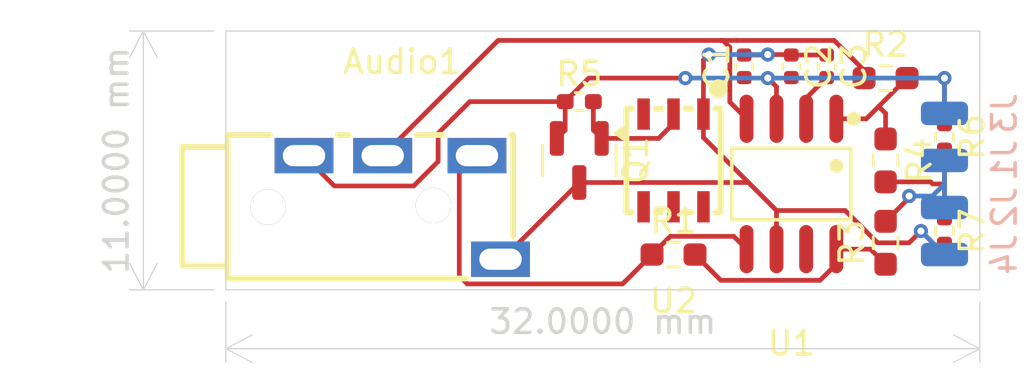
<source format=kicad_pcb>
(kicad_pcb (version 20240108) (generator "pcbnew") (generator_version "8.0")
  (layers (0 "F.Cu" signal) (31 "B.Cu" signal) (34 "B.Paste" user) (35 "F.Paste" user) (36 "B.SilkS" user "B.Silkscreen") (37 "F.SilkS" user "F.Silkscreen") (38 "B.Mask" user) (39 "F.Mask" user) (44 "Edge.Cuts" user))
  (net 0 "")
  (net 1 "GND")
  (net 2 "3V3A_SW")
  (net 3 "Net-(U1-+OUT)")
  (net 4 "Net-(U1-–OUT)")
  (net 5 "Net-(U1-VOCM)")
  (net 6 "Net-(J1-Pin_1)")
  (net 7 "Net-(Q1-G)")
  (net 8 "Net-(U1-+IN)")
  (net 9 "Net-(U1-–IN)")
  (net 10 "Net-(R4-Pad2)")
  (footprint "Resistor_SMD:R_0402_1005Metric_Pad0.72x0.64mm_HandSolder" (layer "F.Cu") (at 172.5 125 -90)
    (property "Reference" "R6" (at 0 -1.17 90) (layer "F.SilkS"))
    (property "Value" "330R")
    (fp_line (start -0.167621 0.38) (end 0.167621 0.38) (stroke (width 0.12)) (layer "F.SilkS"))
    (fp_line (start -0.167621 -0.38) (end 0.167621 -0.38) (stroke (width 0.12)) (layer "F.SilkS"))
    (pad "1" smd roundrect (at -0.5975 0 270) (size 0.715 0.64) (layers "F.Cu" "F.Paste" "F.Mask") (net 2 "3V3A_SW"))
    (pad "2" smd roundrect (at 0.5975 0 270) (size 0.715 0.64) (layers "F.Cu" "F.Paste" "F.Mask") (net 10 "Net-(R4-Pad2)"))
  )
  (footprint "Resistor_SMD:R_0603_1608Metric_Pad0.98x0.95mm_HandSolder" (layer "F.Cu") (at 170 129.5 90)
    (property "Reference" "R3" (at 0 -1.43 90) (layer "F.SilkS"))
    (property "Value" "5.6K")
    (fp_line (start -0.254724 -0.5225) (end 0.254724 -0.5225) (stroke (width 0.12)) (layer "F.SilkS"))
    (fp_line (start -0.254724 0.5225) (end 0.254724 0.5225) (stroke (width 0.12)) (layer "F.SilkS"))
    (pad "1" smd roundrect (at -0.9125 0 90) (size 0.975 0.95) (layers "F.Cu" "F.Paste" "F.Mask") (net 8 "Net-(U1-+IN)"))
    (pad "2" smd roundrect (at 0.9125 0 90) (size 0.975 0.95) (layers "F.Cu" "F.Paste" "F.Mask") (net 6 "Net-(J1-Pin_1)"))
  )
  (footprint "Resistor_SMD:R_0603_1608Metric_Pad0.98x0.95mm_HandSolder" (layer "F.Cu") (at 170 122.5)
    (property "Reference" "R2" (at 0 -1.43 0) (layer "F.SilkS"))
    (property "Value" "510K")
    (fp_line (start -0.254724 -0.5225) (end 0.254724 -0.5225) (stroke (width 0.12)) (layer "F.SilkS"))
    (fp_line (start -0.254724 0.5225) (end 0.254724 0.5225) (stroke (width 0.12)) (layer "F.SilkS"))
    (pad "1" smd roundrect (at -0.9125 0) (size 0.975 0.95) (layers "F.Cu" "F.Paste" "F.Mask") (net 3 "Net-(U1-+OUT)"))
    (pad "2" smd roundrect (at 0.9125 0) (size 0.975 0.95) (layers "F.Cu" "F.Paste" "F.Mask") (net 9 "Net-(U1-–IN)"))
  )
  (footprint "Capacitor_SMD:C_0402_1005Metric" (layer "F.Cu") (at 166 122 -90)
    (property "Reference" "C2" (at 0 -1.16 90) (layer "F.SilkS"))
    (property "Value" "1000p")
    (fp_line (start -0.107836 0.36) (end 0.107836 0.36) (stroke (width 0.12)) (layer "F.SilkS"))
    (fp_line (start -0.107836 -0.36) (end 0.107836 -0.36) (stroke (width 0.12)) (layer "F.SilkS"))
    (pad "1" smd roundrect (at -0.48 0 270) (size 0.56 0.62) (layers "F.Cu" "F.Paste" "F.Mask") (net 1 "GND"))
    (pad "2" smd roundrect (at 0.48 0 270) (size 0.56 0.62) (layers "F.Cu" "F.Paste" "F.Mask") (net 2 "3V3A_SW"))
  )
  (footprint "Rocketry_Easyeda:TSOC-6_L3.9-W4.3-P1.27-BL" (layer "F.Cu") (at 161 126 180)
    (property "Reference" "U2" (at 0 -5.97 0) (layer "F.SilkS"))
    (property "Value" "DS28E07P+T")
    (fp_line (start 2 2.2) (end 2 -2.2) (stroke (width 0.25)) (layer "F.SilkS"))
    (fp_line (start 2 -2.2) (end 1.77 -2.2) (stroke (width 0.25)) (layer "F.SilkS"))
    (fp_line (start 1.77 2.2) (end 2 2.2) (stroke (width 0.25)) (layer "F.SilkS"))
    (fp_line (start 0.77 -2.2) (end 0.5 -2.2) (stroke (width 0.25)) (layer "F.SilkS"))
    (fp_line (start 0.5 2.2) (end 0.77 2.2) (stroke (width 0.25)) (layer "F.SilkS"))
    (fp_line (start -0.5 -2.2) (end -0.77 -2.2) (stroke (width 0.25)) (layer "F.SilkS"))
    (fp_line (start -0.77 2.2) (end -0.5 2.2) (stroke (width 0.25)) (layer "F.SilkS"))
    (fp_line (start -1.77 -2.2) (end -2 -2.2) (stroke (width 0.25)) (layer "F.SilkS"))
    (fp_line (start -2 2.2) (end -1.77 2.2) (stroke (width 0.25)) (layer "F.SilkS"))
    (fp_line (start -2 -2.2) (end -2 2.2) (stroke (width 0.25)) (layer "F.SilkS"))
    (fp_circle (center -1.9 3.05) (end -1.7 3.05) (stroke (width 0.4)) (fill none) (layer "F.SilkS"))
    (pad "1" smd rect (at -1.27 1.97 180) (size 0.53 1.33) (layers "F.Cu" "F.Paste" "F.Mask") (net 1 "GND"))
    (pad "2" smd rect (at 0 1.97 180) (size 0.53 1.33) (layers "F.Cu" "F.Paste" "F.Mask") (net 7 "Net-(Q1-G)"))
    (pad "3" smd rect (at 1.27 1.97 180) (size 0.53 1.33) (layers "F.Cu" "F.Paste" "F.Mask"))
    (pad "4" smd rect (at 1.27 -1.97 180) (size 0.53 1.33) (layers "F.Cu" "F.Paste" "F.Mask"))
    (pad "5" smd rect (at 0 -1.97 180) (size 0.53 1.33) (layers "F.Cu" "F.Paste" "F.Mask"))
    (pad "6" smd rect (at -1.27 -1.97 180) (size 0.53 1.33) (layers "F.Cu" "F.Paste" "F.Mask"))
  )
  (footprint "Package_TO_SOT_SMD:SOT-23" (layer "F.Cu") (at 157 126 -90)
    (property "Reference" "Q1" (at 0 -2.4 90) (layer "F.SilkS"))
    (property "Value" "AO3401A")
    (fp_line (start 0 1.56) (end -0.65 1.56) (stroke (width 0.12)) (layer "F.SilkS"))
    (fp_line (start 0 1.56) (end 0.65 1.56) (stroke (width 0.12)) (layer "F.SilkS"))
    (fp_line (start 0 -1.56) (end -0.65 -1.56) (stroke (width 0.12)) (layer "F.SilkS"))
    (fp_line (start 0 -1.56) (end 0.65 -1.56) (stroke (width 0.12)) (layer "F.SilkS"))
    (fp_poly (pts (xy -1.1625 -1.51) (xy -1.4025 -1.84) (xy -0.9225 -1.84) (xy -1.1625 -1.51)) (stroke (width 0.12)) (fill solid) (layer "F.SilkS"))
    (pad "1" smd roundrect (at -0.9375 -0.95 270) (size 1.475 0.6) (layers "F.Cu" "F.Paste" "F.Mask") (net 7 "Net-(Q1-G)"))
    (pad "2" smd roundrect (at -0.9375 0.95 270) (size 1.475 0.6) (layers "F.Cu" "F.Paste" "F.Mask") (net 2 "3V3A_SW"))
    (pad "3" smd roundrect (at 0.9375 0 270) (size 1.475 0.6) (layers "F.Cu" "F.Paste" "F.Mask") (net 1 "GND"))
  )
  (footprint "Capacitor_SMD:C_0402_1005Metric" (layer "F.Cu") (at 164 122 90)
    (property "Reference" "C1" (at 0 -1.16 90) (layer "F.SilkS"))
    (property "Value" "100n")
    (fp_line (start -0.107836 -0.36) (end 0.107836 -0.36) (stroke (width 0.12)) (layer "F.SilkS"))
    (fp_line (start -0.107836 0.36) (end 0.107836 0.36) (stroke (width 0.12)) (layer "F.SilkS"))
    (pad "1" smd roundrect (at -0.48 0 90) (size 0.56 0.62) (layers "F.Cu" "F.Paste" "F.Mask") (net 2 "3V3A_SW"))
    (pad "2" smd roundrect (at 0.48 0 90) (size 0.56 0.62) (layers "F.Cu" "F.Paste" "F.Mask") (net 1 "GND"))
  )
  (footprint "Rocketry_Easyeda:SOIC-8_L4.9-W3.9-P1.27-LS6.0-BL" (layer "F.Cu") (at 166 127 180)
    (property "Reference" "U1" (at 0 -6.77 0) (layer "F.SilkS"))
    (property "Value" "ADA4940-1ARZ-R7")
    (fp_line (start 2.53 1.52) (end -2.53 1.52) (stroke (width 0.15)) (layer "F.SilkS"))
    (fp_line (start 2.53 -1.52) (end 2.53 1.52) (stroke (width 0.15)) (layer "F.SilkS"))
    (fp_line (start -2.53 1.52) (end -2.53 -1.52) (stroke (width 0.15)) (layer "F.SilkS"))
    (fp_line (start -2.53 -1.52) (end 2.53 -1.52) (stroke (width 0.15)) (layer "F.SilkS"))
    (fp_circle (center -1.91 0.77) (end -1.76 0.77) (stroke (width 0.3)) (fill none) (layer "F.SilkS"))
    (fp_circle (center -2.65 2.77) (end -2.5 2.77) (stroke (width 0.3)) (fill none) (layer "F.SilkS"))
    (pad "1" smd oval (at -1.91 2.77 180) (size 0.59 2.05) (layers "F.Cu" "F.Paste" "F.Mask") (net 9 "Net-(U1-–IN)"))
    (pad "2" smd oval (at -0.63 2.77 180) (size 0.59 2.05) (layers "F.Cu" "F.Paste" "F.Mask") (net 5 "Net-(U1-VOCM)"))
    (pad "3" smd oval (at 0.63 2.77 180) (size 0.59 2.05) (layers "F.Cu" "F.Paste" "F.Mask") (net 2 "3V3A_SW"))
    (pad "4" smd oval (at 1.9 2.77 180) (size 0.59 2.05) (layers "F.Cu" "F.Paste" "F.Mask") (net 3 "Net-(U1-+OUT)"))
    (pad "5" smd oval (at 1.9 -2.77 180) (size 0.59 2.05) (layers "F.Cu" "F.Paste" "F.Mask") (net 4 "Net-(U1-–OUT)"))
    (pad "6" smd oval (at 0.63 -2.77 180) (size 0.59 2.05) (layers "F.Cu" "F.Paste" "F.Mask") (net 1 "GND"))
    (pad "7" smd oval (at -0.63 -2.77 180) (size 0.59 2.05) (layers "F.Cu" "F.Paste" "F.Mask"))
    (pad "8" smd oval (at -1.91 -2.77 180) (size 0.59 2.05) (layers "F.Cu" "F.Paste" "F.Mask") (net 8 "Net-(U1-+IN)"))
  )
  (footprint "Rocketry_Easyeda:AUDIO-TH_PJ-3200B-4A" (layer "F.Cu") (at 149.4875 127.9975)
    (property "Reference" "Audio1" (at 0 -6.2 0) (layer "F.SilkS"))
    (property "Value" "PJ-3200B-4A")
    (fp_line (start -9.33 -2.57) (end -7.44 -2.57) (stroke (width 0.25)) (layer "F.SilkS"))
    (fp_line (start -9.33 -2.54) (end -9.33 2.46) (stroke (width 0.25)) (layer "F.SilkS"))
    (fp_line (start -9.33 2.44) (end -9.33 2.47) (stroke (width 0.25)) (layer "F.SilkS"))
    (fp_line (start -9.33 2.47) (end -7.44 2.47) (stroke (width 0.25)) (layer "F.SilkS"))
    (fp_line (start -7.44 -2.57) (end -7.41 -2.6) (stroke (width 0.25)) (layer "F.SilkS"))
    (fp_line (start -7.44 2.47) (end -7.41 2.47) (stroke (width 0.25)) (layer "F.SilkS"))
    (fp_line (start -7.41 -3.08) (end -7.41 3.02) (stroke (width 0.25)) (layer "F.SilkS"))
    (fp_line (start -7.41 -3.08) (end -5.62 -3.08) (stroke (width 0.25)) (layer "F.SilkS"))
    (fp_line (start -7.41 2.47) (end -7.41 2.47) (stroke (width 0.25)) (layer "F.SilkS"))
    (fp_line (start -7.41 3.02) (end 2.7 3.02) (stroke (width 0.25)) (layer "F.SilkS"))
    (fp_line (start -2.72 -3.08) (end -2.28 -3.08) (stroke (width 0.25)) (layer "F.SilkS"))
    (fp_line (start 0.62 -3.08) (end 1.72 -3.08) (stroke (width 0.25)) (layer "F.SilkS"))
    (fp_line (start 4.62 -3.08) (end 4.71 -3.08) (stroke (width 0.25)) (layer "F.SilkS"))
    (fp_line (start 4.71 -3.08) (end 4.71 1.22) (stroke (width 0.25)) (layer "F.SilkS"))
    (pad "" thru_hole circle (at -5.7 -0.02) (size 1.5 1.5) (drill 1.5) (layers "*.Cu" "*.Mask"))
    (pad "" thru_hole circle (at 1.32 -0.08) (size 1.5 1.5) (drill 1.5) (layers "*.Cu" "*.Mask"))
    (pad "1" thru_hole rect (at 4.17 2.2 90) (size 1.5 2.5) (drill oval 0.900024 1.8002) (layers "*.Cu" "*.Mask") (net 1 "GND"))
    (pad "2" thru_hole rect (at 3.17 -2.2 90) (size 1.5 2.5) (drill oval 0.900024 1.799946) (layers "*.Cu" "*.Mask") (net 4 "Net-(U1-–OUT)"))
    (pad "3" thru_hole rect (at -4.17 -2.2 90) (size 1.5 2.5) (drill oval 0.900024 1.8002) (layers "*.Cu" "*.Mask") (net 2 "3V3A_SW"))
    (pad "4" thru_hole rect (at -0.83 -2.2 90) (size 1.5 2.5) (drill oval 0.900024 1.799946) (layers "*.Cu" "*.Mask") (net 3 "Net-(U1-+OUT)"))
  )
  (footprint "Resistor_SMD:R_0402_1005Metric_Pad0.72x0.64mm_HandSolder" (layer "F.Cu") (at 172.5 129 -90)
    (property "Reference" "R7" (at 0 -1.17 90) (layer "F.SilkS"))
    (property "Value" "330R")
    (fp_line (start -0.167621 0.38) (end 0.167621 0.38) (stroke (width 0.12)) (layer "F.SilkS"))
    (fp_line (start -0.167621 -0.38) (end 0.167621 -0.38) (stroke (width 0.12)) (layer "F.SilkS"))
    (pad "1" smd roundrect (at -0.5975 0 270) (size 0.715 0.64) (layers "F.Cu" "F.Paste" "F.Mask") (net 10 "Net-(R4-Pad2)"))
    (pad "2" smd roundrect (at 0.5975 0 270) (size 0.715 0.64) (layers "F.Cu" "F.Paste" "F.Mask") (net 1 "GND"))
  )
  (footprint "Resistor_SMD:R_0603_1608Metric_Pad0.98x0.95mm_HandSolder" (layer "F.Cu") (at 170 126 -90)
    (property "Reference" "R4" (at 0 -1.43 90) (layer "F.SilkS"))
    (property "Value" "5.6K")
    (fp_line (start -0.254724 0.5225) (end 0.254724 0.5225) (stroke (width 0.12)) (layer "F.SilkS"))
    (fp_line (start -0.254724 -0.5225) (end 0.254724 -0.5225) (stroke (width 0.12)) (layer "F.SilkS"))
    (pad "1" smd roundrect (at -0.9125 0 270) (size 0.975 0.95) (layers "F.Cu" "F.Paste" "F.Mask") (net 9 "Net-(U1-–IN)"))
    (pad "2" smd roundrect (at 0.9125 0 270) (size 0.975 0.95) (layers "F.Cu" "F.Paste" "F.Mask") (net 10 "Net-(R4-Pad2)"))
  )
  (footprint "Resistor_SMD:R_0603_1608Metric_Pad0.98x0.95mm_HandSolder" (layer "F.Cu") (at 161 130)
    (property "Reference" "R1" (at 0 -1.43 0) (layer "F.SilkS"))
    (property "Value" "510K")
    (fp_line (start -0.254724 -0.5225) (end 0.254724 -0.5225) (stroke (width 0.12)) (layer "F.SilkS"))
    (fp_line (start -0.254724 0.5225) (end 0.254724 0.5225) (stroke (width 0.12)) (layer "F.SilkS"))
    (pad "1" smd roundrect (at -0.9125 0) (size 0.975 0.95) (layers "F.Cu" "F.Paste" "F.Mask") (net 4 "Net-(U1-–OUT)"))
    (pad "2" smd roundrect (at 0.9125 0) (size 0.975 0.95) (layers "F.Cu" "F.Paste" "F.Mask") (net 8 "Net-(U1-+IN)"))
  )
  (footprint "Resistor_SMD:R_0402_1005Metric_Pad0.72x0.64mm_HandSolder" (layer "F.Cu") (at 157 123.5)
    (property "Reference" "R5" (at 0 -1.17 0) (layer "F.SilkS"))
    (property "Value" "10K")
    (fp_line (start -0.167621 -0.38) (end 0.167621 -0.38) (stroke (width 0.12)) (layer "F.SilkS"))
    (fp_line (start -0.167621 0.38) (end 0.167621 0.38) (stroke (width 0.12)) (layer "F.SilkS"))
    (pad "1" smd roundrect (at -0.5975 0) (size 0.715 0.64) (layers "F.Cu" "F.Paste" "F.Mask") (net 2 "3V3A_SW"))
    (pad "2" smd roundrect (at 0.5975 0) (size 0.715 0.64) (layers "F.Cu" "F.Paste" "F.Mask") (net 7 "Net-(Q1-G)"))
  )
  (footprint "Capacitor_SMD:C_0402_1005Metric" (layer "F.Cu") (at 167.5 122 -90)
    (property "Reference" "C3" (at 0 -1.16 90) (layer "F.SilkS"))
    (property "Value" "100n")
    (fp_line (start -0.107836 0.36) (end 0.107836 0.36) (stroke (width 0.12)) (layer "F.SilkS"))
    (fp_line (start -0.107836 -0.36) (end 0.107836 -0.36) (stroke (width 0.12)) (layer "F.SilkS"))
    (pad "1" smd roundrect (at -0.48 0 270) (size 0.56 0.62) (layers "F.Cu" "F.Paste" "F.Mask") (net 1 "GND"))
    (pad "2" smd roundrect (at 0.48 0 270) (size 0.56 0.62) (layers "F.Cu" "F.Paste" "F.Mask") (net 5 "Net-(U1-VOCM)"))
  )
  (footprint "Connector_Wire:SolderWirePad_1x01_SMD_1x2mm" (layer "B.Cu") (at 172.5 126 90)
    (property "Reference" "J1" (at 0 2.54 90) (layer "B.SilkS") (effects (justify mirror)))
    (property "Value" "SG1m")
    (pad "1" smd roundrect (at 0 0 90) (size 1 2) (layers "B.Cu" "B.Paste" "B.Mask") (net 6 "Net-(J1-Pin_1)"))
  )
  (footprint "Connector_Wire:SolderWirePad_1x01_SMD_1x2mm" (layer "B.Cu") (at 172.5 130 90)
    (property "Reference" "J4" (at 0 2.54 90) (layer "B.SilkS") (effects (justify mirror)))
    (property "Value" "SG2m")
    (pad "1" smd roundrect (at 0 0 90) (size 1 2) (layers "B.Cu" "B.Paste" "B.Mask") (net 1 "GND"))
  )
  (footprint "Connector_Wire:SolderWirePad_1x01_SMD_1x2mm" (layer "B.Cu") (at 172.5 128 90)
    (property "Reference" "J2" (at 0 2.54 90) (layer "B.SilkS") (effects (justify mirror)))
    (property "Value" "SG2p")
    (pad "1" smd roundrect (at 0 0 90) (size 1 2) (layers "B.Cu" "B.Paste" "B.Mask") (net 6 "Net-(J1-Pin_1)"))
  )
  (footprint "Connector_Wire:SolderWirePad_1x01_SMD_1x2mm" (layer "B.Cu") (at 172.5 124 90)
    (property "Reference" "J3" (at 0 2.54 90) (layer "B.SilkS") (effects (justify mirror)))
    (property "Value" "SG1p")
    (pad "1" smd roundrect (at 0 0 90) (size 1 2) (layers "B.Cu" "B.Paste" "B.Mask") (net 2 "3V3A_SW"))
  )
  (gr_rect (start 142 120.5) (end 174 131.5) (stroke (width 0.05)) (fill none) (layer "Edge.Cuts"))
  (dimension (type aligned) (layer "Edge.Cuts") (pts (xy 142 131.5) (xy 142 120.5)) (height -3.5) (gr_text "433.0709 mils" (at 137.35 126 90) (layer "Edge.Cuts") (effects (font (size 1 1) (thickness 0.15)))) (format (prefix "") (suffix "") (units 3) (units_format 1) (precision 4)) (style (thickness 0.05) (arrow_length 1.27) (text_position_mode 0) (extension_height 0.58642) (extension_offset 0.5) keep_text_aligned))
  (dimension (type aligned) (layer "Edge.Cuts") (pts (xy 142 131.5) (xy 174 131.5)) (height 2.499999) (gr_text "1259.8425 mils" (at 158 132.849999 0) (layer "Edge.Cuts") (effects (font (size 1 1) (thickness 0.15)))) (format (prefix "") (suffix "") (units 3) (units_format 1) (precision 4)) (style (thickness 0.05) (arrow_length 1.27) (text_position_mode 0) (extension_height 0.58642) (extension_offset 0.5) keep_text_aligned))
  (segment (start 169.658278 129.5) (end 171 129.5) (width 0.2) (layer "F.Cu") (net 1))
  (segment (start 162.27 124.03) (end 162.27 121.73) (width 0.2) (layer "F.Cu") (net 1))
  (segment (start 162.27 125.028543) (end 164.178957 126.9375) (width 0.2) (layer "F.Cu") (net 1))
  (segment (start 172.5 129.5975) (end 172.0975 129.5975) (width 0.2) (layer "F.Cu") (net 1))
  (segment (start 168.286821 128.128543) (end 169.658278 129.5) (width 0.2) (layer "F.Cu") (net 1))
  (segment (start 165.37 128.128543) (end 168.286821 128.128543) (width 0.2) (layer "F.Cu") (net 1))
  (segment (start 167.5 121.52) (end 166 121.52) (width 0.2) (layer "F.Cu") (net 1))
  (segment (start 162.27 121.73) (end 162.5 121.5) (width 0.2) (layer "F.Cu") (net 1))
  (segment (start 172.0975 129.5975) (end 171.5 129) (width 0.2) (layer "F.Cu") (net 1))
  (segment (start 165.98 121.5) (end 166 121.52) (width 0.2) (layer "F.Cu") (net 1))
  (segment (start 164.98 121.52) (end 165 121.5) (width 0.2) (layer "F.Cu") (net 1))
  (segment (start 153.74 130.1975) (end 157 126.9375) (width 0.2) (layer "F.Cu") (net 1))
  (segment (start 164 121.52) (end 164.98 121.52) (width 0.2) (layer "F.Cu") (net 1))
  (segment (start 164.178957 126.9375) (end 157 126.9375) (width 0.2) (layer "F.Cu") (net 1))
  (segment (start 165 121.5) (end 165.98 121.5) (width 0.2) (layer "F.Cu") (net 1))
  (segment (start 165.37 128.128543) (end 164.178957 126.9375) (width 0.2) (layer "F.Cu") (net 1))
  (segment (start 153.6575 130.1975) (end 153.74 130.1975) (width 0.2) (layer "F.Cu") (net 1))
  (segment (start 162.27 124.03) (end 162.27 125.028543) (width 0.2) (layer "F.Cu") (net 1))
  (segment (start 171 129.5) (end 171.5 129) (width 0.2) (layer "F.Cu") (net 1))
  (segment (start 165.37 129.77) (end 165.37 128.128543) (width 0.2) (layer "F.Cu") (net 1))
  (via (at 162.5 121.5) (size 0.6) (drill 0.3) (layers "F.Cu" "B.Cu") (net 1))
  (via (at 171.5 129) (size 0.6) (drill 0.3) (layers "F.Cu" "B.Cu") (net 1))
  (via (at 165 121.5) (size 0.6) (drill 0.3) (layers "F.Cu" "B.Cu") (net 1))
  (segment (start 162.5 121.5) (end 165 121.5) (width 0.2) (layer "B.Cu") (net 1))
  (segment (start 171.5 129) (end 172.5 130) (width 0.2) (layer "B.Cu") (net 1))
  (segment (start 146.604682 127.084682) (end 149.970318 127.084682) (width 0.2) (layer "F.Cu") (net 2))
  (segment (start 145.3175 125.7975) (end 146.604682 127.084682) (width 0.2) (layer "F.Cu") (net 2))
  (segment (start 165.37 122.87) (end 165 122.5) (width 0.2) (layer "F.Cu") (net 2))
  (segment (start 156.4025 123.5) (end 157.4025 122.5) (width 0.2) (layer "F.Cu") (net 2))
  (segment (start 151.010343 126.044657) (end 151.010343 124.844657) (width 0.2) (layer "F.Cu") (net 2))
  (segment (start 157.4025 122.5) (end 161.5 122.5) (width 0.2) (layer "F.Cu") (net 2))
  (segment (start 152.355 123.5) (end 156.4025 123.5) (width 0.2) (layer "F.Cu") (net 2))
  (segment (start 156.4025 124.71) (end 156.05 125.0625) (width 0.2) (layer "F.Cu") (net 2))
  (segment (start 172.5 122.5) (end 172.5 124.4025) (width 0.2) (layer "F.Cu") (net 2))
  (segment (start 149.970318 127.084682) (end 151.010343 126.044657) (width 0.2) (layer "F.Cu") (net 2))
  (segment (start 165.37 124.23) (end 165.37 122.87) (width 0.2) (layer "F.Cu") (net 2))
  (segment (start 156.4025 123.5) (end 156.4025 124.71) (width 0.2) (layer "F.Cu") (net 2))
  (segment (start 151.010343 124.844657) (end 152.355 123.5) (width 0.2) (layer "F.Cu") (net 2))
  (via (at 172.5 122.5) (size 0.6) (drill 0.3) (layers "F.Cu" "B.Cu") (net 2))
  (via (at 165 122.5) (size 0.6) (drill 0.3) (layers "F.Cu" "B.Cu") (net 2))
  (via (at 161.5 122.5) (size 0.6) (drill 0.3) (layers "F.Cu" "B.Cu") (net 2))
  (segment (start 165 122.5) (end 172.5 122.5) (width 0.2) (layer "B.Cu") (net 2))
  (segment (start 172.5 122.5) (end 172.5 124) (width 0.2) (layer "B.Cu") (net 2))
  (segment (start 161.5 122.5) (end 165 122.5) (width 0.2) (layer "B.Cu") (net 2))
  (segment (start 163.39 123.52) (end 164.1 124.23) (width 0.2) (layer "F.Cu") (net 3))
  (segment (start 169.0875 122.171366) (end 167.816134 120.9) (width 0.2) (layer "F.Cu") (net 3))
  (segment (start 169.0875 122.5) (end 169.0875 122.171366) (width 0.2) (layer "F.Cu") (net 3))
  (segment (start 163.39 121.193866) (end 163.096134 120.9) (width 0.2) (layer "F.Cu") (net 3))
  (segment (start 167.816134 120.9) (end 163.683866 120.9) (width 0.2) (layer "F.Cu") (net 3))
  (segment (start 163 120.9) (end 163.683866 120.9) (width 0.2) (layer "F.Cu") (net 3))
  (segment (start 153.555 120.9) (end 163 120.9) (width 0.2) (layer "F.Cu") (net 3))
  (segment (start 163.39 121.193866) (end 163.39 123.52) (width 0.2) (layer "F.Cu") (net 3))
  (segment (start 163.096134 120.9) (end 163 120.9) (width 0.2) (layer "F.Cu") (net 3))
  (segment (start 148.6575 125.7975) (end 153.555 120.9) (width 0.2) (layer "F.Cu") (net 3))
  (segment (start 151.9075 130.9075) (end 151.9075 126.5475) (width 0.2) (layer "F.Cu") (net 4))
  (segment (start 152.2475 131.2475) (end 151.9075 130.9075) (width 0.2) (layer "F.Cu") (net 4))
  (segment (start 151.9075 126.5475) (end 152.6575 125.7975) (width 0.2) (layer "F.Cu") (net 4))
  (segment (start 160.0875 130) (end 158.84 131.2475) (width 0.2) (layer "F.Cu") (net 4))
  (segment (start 158.84 131.2475) (end 152.2475 131.2475) (width 0.2) (layer "F.Cu") (net 4))
  (segment (start 160.0875 130) (end 160.8625 129.225) (width 0.2) (layer "F.Cu") (net 4))
  (segment (start 160.8625 129.225) (end 163.555 129.225) (width 0.2) (layer "F.Cu") (net 4))
  (segment (start 163.555 129.225) (end 164.1 129.77) (width 0.2) (layer "F.Cu") (net 4))
  (segment (start 166.63 124.23) (end 166.63 123.35) (width 0.2) (layer "F.Cu") (net 5))
  (segment (start 166.63 123.35) (end 167.5 122.48) (width 0.2) (layer "F.Cu") (net 5))
  (segment (start 171 127.5125) (end 171 127.5875) (width 0.2) (layer "F.Cu") (net 6))
  (segment (start 171 127.5875) (end 170 128.5875) (width 0.2) (layer "F.Cu") (net 6))
  (via (at 171 127.5125) (size 0.6) (drill 0.3) (layers "F.Cu" "B.Cu") (net 6))
  (segment (start 172.5 127) (end 171.9875 127.5125) (width 0.2) (layer "B.Cu") (net 6))
  (segment (start 171.9875 127.5125) (end 171 127.5125) (width 0.2) (layer "B.Cu") (net 6))
  (segment (start 172.5 126) (end 172.5 127) (width 0.2) (layer "B.Cu") (net 6))
  (segment (start 172.5 127) (end 172.5 128) (width 0.2) (layer "B.Cu") (net 6))
  (segment (start 161 124.43) (end 161 124.03) (width 0.2) (layer "F.Cu") (net 7))
  (segment (start 157.95 125.0625) (end 160.3675 125.0625) (width 0.2) (layer "F.Cu") (net 7))
  (segment (start 157.5975 124.71) (end 157.95 125.0625) (width 0.2) (layer "F.Cu") (net 7))
  (segment (start 157.5975 123.5) (end 157.5975 124.71) (width 0.2) (layer "F.Cu") (net 7))
  (segment (start 160.3675 125.0625) (end 161 124.43) (width 0.2) (layer "F.Cu") (net 7))
  (segment (start 167.22 131.095) (end 163.0075 131.095) (width 0.2) (layer "F.Cu") (net 8))
  (segment (start 163.0075 131.095) (end 161.9125 130) (width 0.2) (layer "F.Cu") (net 8))
  (segment (start 167.91 130.405) (end 167.22 131.095) (width 0.2) (layer "F.Cu") (net 8))
  (segment (start 167.91 129.77) (end 167.91 130.405) (width 0.2) (layer "F.Cu") (net 8))
  (segment (start 167.91 129.77) (end 169.3575 129.77) (width 0.2) (layer "F.Cu") (net 8))
  (segment (start 169.3575 129.77) (end 170 130.4125) (width 0.2) (layer "F.Cu") (net 8))
  (segment (start 169.1825 124.23) (end 169.70625 123.70625) (width 0.2) (layer "F.Cu") (net 9))
  (segment (start 170 125.0875) (end 170 124) (width 0.2) (layer "F.Cu") (net 9))
  (segment (start 170 124) (end 169.70625 123.70625) (width 0.2) (layer "F.Cu") (net 9))
  (segment (start 169.70625 123.70625) (end 170.9125 122.5) (width 0.2) (layer "F.Cu") (net 9))
  (segment (start 167.91 124.23) (end 169.1825 124.23) (width 0.2) (layer "F.Cu") (net 9))
  (segment (start 172.5 125.5975) (end 172.5 127) (width 0.2) (layer "F.Cu") (net 10))
  (segment (start 172 127) (end 171.9125 126.9125) (width 0.2) (layer "F.Cu") (net 10))
  (segment (start 172.5 127) (end 172.5 128.4025) (width 0.2) (layer "F.Cu") (net 10))
  (segment (start 172.5 127) (end 172 127) (width 0.2) (layer "F.Cu") (net 10))
  (segment (start 171.9125 126.9125) (end 170 126.9125) (width 0.2) (layer "F.Cu") (net 10))
)
</source>
